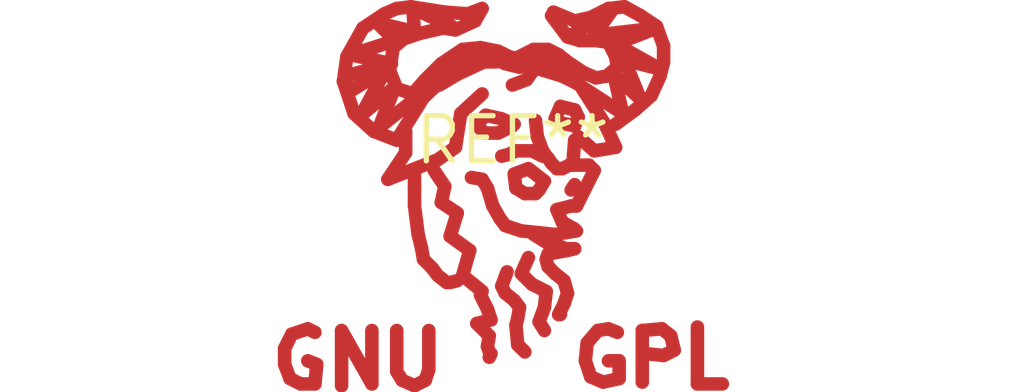
<source format=kicad_pcb>
(kicad_pcb (version 20240108) (generator pcbnew)
  (layers (0 "F.Cu" signal) (31 "B.Cu" signal) (34 "B.Paste" user) (35 "F.Paste" user) (36 "B.SilkS" user "B.Silkscreen") (37 "F.SilkS" user "F.Silkscreen") (38 "B.Mask" user) (39 "F.Mask" user) (44 "Edge.Cuts" user))
  (net 0 "")
  (footprint "Symbol_GNU-Logo_CopperTop" (layer "F.Cu") (at 0 0)
    (property "Reference" "REF**")
    (property "Value" "Symbol_GNU-Logo_CopperTop")
    (fp_line (start -6.4008 5.84962) (end -6.4008 6.2992) (layer "F.Cu") (stroke (width 0.381)))
    (fp_line (start -6.4008 6.2992) (end -6.25094 6.70052) (layer "F.Cu") (stroke (width 0.381)))
    (fp_line (start -6.25094 6.70052) (end -5.95122 6.85038) (layer "F.Cu") (stroke (width 0.381)))
    (fp_line (start -6.20014 5.45084) (end -6.4008 5.84962) (layer "F.Cu") (stroke (width 0.381)))
    (fp_line (start -5.95122 6.85038) (end -5.5499 6.85038) (layer "F.Cu") (stroke (width 0.381)))
    (fp_line (start -5.75056 5.30098) (end -6.20014 5.45084) (layer "F.Cu") (stroke (width 0.381)))
    (fp_line (start -5.5499 5.40004) (end -5.75056 5.30098) (layer "F.Cu") (stroke (width 0.381)))
    (fp_line (start -5.5499 6.85038) (end -5.4991 6.2992) (layer "F.Cu") (stroke (width 0.381)))
    (fp_line (start -5.4991 6.2992) (end -5.75056 6.20014) (layer "F.Cu") (stroke (width 0.381)))
    (fp_line (start -4.8006 5.34924) (end -3.9497 6.85038) (layer "F.Cu") (stroke (width 0.381)))
    (fp_line (start -4.8006 6.90118) (end -4.8006 5.34924) (layer "F.Cu") (stroke (width 0.381)))
    (fp_line (start -4.7498 -1.651) (end -4.45008 -0.7493) (layer "F.Cu") (stroke (width 0.381)))
    (fp_line (start -4.699 -1.80086) (end -3.40106 -2.14884) (layer "F.Cu") (stroke (width 0.381)))
    (fp_line (start -4.65074 -2.3495) (end -4.7498 -1.651) (layer "F.Cu") (stroke (width 0.381)))
    (fp_line (start -4.59994 -1.34874) (end -4.699 -1.80086) (layer "F.Cu") (stroke (width 0.381)))
    (fp_line (start -4.54914 -2.4003) (end -3.29946 -2.79908) (layer "F.Cu") (stroke (width 0.381)))
    (fp_line (start -4.45008 -0.7493) (end -3.8989 -0.24892) (layer "F.Cu") (stroke (width 0.381)))
    (fp_line (start -4.24942 -0.70104) (end -3.55092 -1.99898) (layer "F.Cu") (stroke (width 0.381)))
    (fp_line (start -4.20116 -3.1496) (end -4.65074 -2.3495) (layer "F.Cu") (stroke (width 0.381)))
    (fp_line (start -3.9497 6.85038) (end -3.9497 5.34924) (layer "F.Cu") (stroke (width 0.381)))
    (fp_line (start -3.8989 -0.24892) (end -3.2512 0) (layer "F.Cu") (stroke (width 0.381)))
    (fp_line (start -3.79984 -3.29946) (end -2.75082 -3.05054) (layer "F.Cu") (stroke (width 0.381)))
    (fp_line (start -3.74904 -0.35052) (end -3.29946 -1.50114) (layer "F.Cu") (stroke (width 0.381)))
    (fp_line (start -3.59918 -3.55092) (end -4.20116 -3.1496) (layer "F.Cu") (stroke (width 0.381)))
    (fp_line (start -3.55092 -1.99898) (end -4.59994 -1.34874) (layer "F.Cu") (stroke (width 0.381)))
    (fp_line (start -3.50012 1.09982) (end -2.10058 0.55118) (layer "F.Cu") (stroke (width 0.381)))
    (fp_line (start -3.44932 -1.95072) (end -3.35026 -2.60096) (layer "F.Cu") (stroke (width 0.381)))
    (fp_line (start -3.40106 -2.14884) (end -4.54914 -2.4003) (layer "F.Cu") (stroke (width 0.381)))
    (fp_line (start -3.35026 -2.60096) (end -3.05054 -2.84988) (layer "F.Cu") (stroke (width 0.381)))
    (fp_line (start -3.29946 -2.79908) (end -3.79984 -3.29946) (layer "F.Cu") (stroke (width 0.381)))
    (fp_line (start -3.29946 -1.50114) (end -4.24942 -0.70104) (layer "F.Cu") (stroke (width 0.381)))
    (fp_line (start -3.2512 -3.70078) (end -3.59918 -3.55092) (layer "F.Cu") (stroke (width 0.381)))
    (fp_line (start -3.2512 -1.45034) (end -3.44932 -1.95072) (layer "F.Cu") (stroke (width 0.381)))
    (fp_line (start -3.2512 0) (end -2.49936 -1.19888) (layer "F.Cu") (stroke (width 0.381)))
    (fp_line (start -3.2512 5.34924) (end -3.2512 6.49986) (layer "F.Cu") (stroke (width 0.381)))
    (fp_line (start -3.2512 6.49986) (end -3.0988 6.74878) (layer "F.Cu") (stroke (width 0.381)))
    (fp_line (start -3.0988 6.74878) (end -2.75082 6.90118) (layer "F.Cu") (stroke (width 0.381)))
    (fp_line (start -3.05054 -2.84988) (end -2.60096 -2.99974) (layer "F.Cu") (stroke (width 0.381)))
    (fp_line (start -2.99974 -0.24892) (end -2.99974 0.35052) (layer "F.Cu") (stroke (width 0.381)))
    (fp_line (start -2.99974 0.35052) (end -3.50012 1.09982) (layer "F.Cu") (stroke (width 0.381)))
    (fp_line (start -2.84988 -3.74904) (end -3.2512 -3.70078) (layer "F.Cu") (stroke (width 0.381)))
    (fp_line (start -2.79908 -3.70078) (end -1.69926 -3.2004) (layer "F.Cu") (stroke (width 0.381)))
    (fp_line (start -2.79908 -1.30048) (end -3.2512 -1.45034) (layer "F.Cu") (stroke (width 0.381)))
    (fp_line (start -2.75082 -3.05054) (end -2.79908 -3.70078) (layer "F.Cu") (stroke (width 0.381)))
    (fp_line (start -2.75082 -1.15062) (end -3.74904 -0.35052) (layer "F.Cu") (stroke (width 0.381)))
    (fp_line (start -2.75082 1.34874) (end -2.75082 0.8509) (layer "F.Cu") (stroke (width 0.381)))
    (fp_line (start -2.75082 1.84912) (end -2.75082 1.34874) (layer "F.Cu") (stroke (width 0.381)))
    (fp_line (start -2.75082 6.90118) (end -2.4511 6.74878) (layer "F.Cu") (stroke (width 0.381)))
    (fp_line (start -2.70002 2.25044) (end -2.75082 1.84912) (layer "F.Cu") (stroke (width 0.381)))
    (fp_line (start -2.64922 2.64922) (end -2.70002 2.25044) (layer "F.Cu") (stroke (width 0.381)))
    (fp_line (start -2.60096 -2.99974) (end -1.95072 -3.1496) (layer "F.Cu") (stroke (width 0.381)))
    (fp_line (start -2.55016 3.05054) (end -2.64922 2.64922) (layer "F.Cu") (stroke (width 0.381)))
    (fp_line (start -2.49936 -1.19888) (end -1.80086 -1.84912) (layer "F.Cu") (stroke (width 0.381)))
    (fp_line (start -2.49936 3.35026) (end -2.55016 3.05054) (layer "F.Cu") (stroke (width 0.381)))
    (fp_line (start -2.4511 -1.69926) (end -2.79908 -1.30048) (layer "F.Cu") (stroke (width 0.381)))
    (fp_line (start -2.4511 6.74878) (end -2.3495 6.44906) (layer "F.Cu") (stroke (width 0.381)))
    (fp_line (start -2.3495 6.44906) (end -2.3495 5.34924) (layer "F.Cu") (stroke (width 0.381)))
    (fp_line (start -2.25044 3.59918) (end -2.49936 3.35026) (layer "F.Cu") (stroke (width 0.381)))
    (fp_line (start -2.19964 0.8509) (end -1.89992 1.30048) (layer "F.Cu") (stroke (width 0.381)))
    (fp_line (start -2.10058 0.55118) (end -1.6002 0.20066) (layer "F.Cu") (stroke (width 0.381)))
    (fp_line (start -2.10058 3.79984) (end -2.25044 3.59918) (layer "F.Cu") (stroke (width 0.381)))
    (fp_line (start -2.04978 -1.5494) (end -1.5494 -1.84912) (layer "F.Cu") (stroke (width 0.381)))
    (fp_line (start -1.99898 -2.14884) (end -2.4511 -1.69926) (layer "F.Cu") (stroke (width 0.381)))
    (fp_line (start -1.99898 1.75006) (end -1.5494 2.04978) (layer "F.Cu") (stroke (width 0.381)))
    (fp_line (start -1.95072 -3.1496) (end -1.6002 -3.0988) (layer "F.Cu") (stroke (width 0.381)))
    (fp_line (start -1.89992 -3.59918) (end -2.84988 -3.74904) (layer "F.Cu") (stroke (width 0.381)))
    (fp_line (start -1.89992 1.30048) (end -1.99898 1.75006) (layer "F.Cu") (stroke (width 0.381)))
    (fp_line (start -1.84912 4.0005) (end -2.10058 3.79984) (layer "F.Cu") (stroke (width 0.381)))
    (fp_line (start -1.80086 -1.84912) (end -1.19888 -2.30124) (layer "F.Cu") (stroke (width 0.381)))
    (fp_line (start -1.75006 2.70002) (end -1.19888 3.0988) (layer "F.Cu") (stroke (width 0.381)))
    (fp_line (start -1.75006 4.0005) (end -1.5494 3.9497) (layer "F.Cu") (stroke (width 0.381)))
    (fp_line (start -1.6002 -3.0988) (end -1.04902 -3.35026) (layer "F.Cu") (stroke (width 0.381)))
    (fp_line (start -1.6002 0.20066) (end -1.45034 -0.7493) (layer "F.Cu") (stroke (width 0.381)))
    (fp_line (start -1.5494 -1.84912) (end -0.8001 -2.19964) (layer "F.Cu") (stroke (width 0.381)))
    (fp_line (start -1.5494 2.04978) (end -1.75006 2.70002) (layer "F.Cu") (stroke (width 0.381)))
    (fp_line (start -1.45034 -0.7493) (end -0.8509 -1.30048) (layer "F.Cu") (stroke (width 0.381)))
    (fp_line (start -1.39954 -2.55016) (end -1.99898 -2.14884) (layer "F.Cu") (stroke (width 0.381)))
    (fp_line (start -1.39954 3.79984) (end -0.8509 4.24942) (layer "F.Cu") (stroke (width 0.381)))
    (fp_line (start -1.24968 -3.55092) (end -1.89992 -3.59918) (layer "F.Cu") (stroke (width 0.381)))
    (fp_line (start -1.19888 -2.30124) (end -0.65024 -2.3495) (layer "F.Cu") (stroke (width 0.381)))
    (fp_line (start -1.19888 3.0988) (end -1.39954 3.79984) (layer "F.Cu") (stroke (width 0.381)))
    (fp_line (start -1.04902 -3.35026) (end -0.8509 -3.70078) (layer "F.Cu") (stroke (width 0.381)))
    (fp_line (start -1.00076 -0.44958) (end -0.8001 -0.20066) (layer "F.Cu") (stroke (width 0.381)))
    (fp_line (start -1.00076 5.15112) (end -0.65024 5.4991) (layer "F.Cu") (stroke (width 0.381)))
    (fp_line (start -0.89916 -2.60096) (end -1.39954 -2.55016) (layer "F.Cu") (stroke (width 0.381)))
    (fp_line (start -0.89916 4.35102) (end -0.70104 4.7498) (layer "F.Cu") (stroke (width 0.381)))
    (fp_line (start -0.8509 -3.70078) (end -1.24968 -3.55092) (layer "F.Cu") (stroke (width 0.381)))
    (fp_line (start -0.8509 1.09982) (end -1.15062 1.04902) (layer "F.Cu") (stroke (width 0.381)))
    (fp_line (start -0.8001 -2.19964) (end -0.44958 -2.19964) (layer "F.Cu") (stroke (width 0.381)))
    (fp_line (start -0.8001 -0.20066) (end -0.39878 -0.20066) (layer "F.Cu") (stroke (width 0.381)))
    (fp_line (start -0.7493 -0.70104) (end -1.00076 -0.44958) (layer "F.Cu") (stroke (width 0.381)))
    (fp_line (start -0.70104 1.34874) (end -0.8509 1.09982) (layer "F.Cu") (stroke (width 0.381)))
    (fp_line (start -0.70104 4.7498) (end -0.59944 5.04952) (layer "F.Cu") (stroke (width 0.381)))
    (fp_line (start -0.70104 5.79882) (end -0.65024 5.95122) (layer "F.Cu") (stroke (width 0.381)))
    (fp_line (start -0.65024 -2.3495) (end -0.20066 -2.14884) (layer "F.Cu") (stroke (width 0.381)))
    (fp_line (start -0.65024 5.4991) (end -0.70104 5.79882) (layer "F.Cu") (stroke (width 0.381)))
    (fp_line (start -0.59944 5.04952) (end -1.00076 5.15112) (layer "F.Cu") (stroke (width 0.381)))
    (fp_line (start -0.59944 5.99948) (end -0.65024 6.10108) (layer "F.Cu") (stroke (width 0.381)))
    (fp_line (start -0.55118 1.84912) (end -0.70104 1.34874) (layer "F.Cu") (stroke (width 0.381)))
    (fp_line (start -0.39878 -2.49936) (end -0.89916 -2.60096) (layer "F.Cu") (stroke (width 0.381)))
    (fp_line (start -0.39878 -0.20066) (end 0 -0.39878) (layer "F.Cu") (stroke (width 0.381)))
    (fp_line (start -0.35052 2.19964) (end -0.55118 1.84912) (layer "F.Cu") (stroke (width 0.381)))
    (fp_line (start -0.29972 -0.59944) (end -0.7493 -0.70104) (layer "F.Cu") (stroke (width 0.381)))
    (fp_line (start -0.29972 4.09956) (end -0.20066 4.30022) (layer "F.Cu") (stroke (width 0.381)))
    (fp_line (start -0.20066 -2.14884) (end 0.20066 -2.04978) (layer "F.Cu") (stroke (width 0.381)))
    (fp_line (start -0.20066 2.4003) (end -0.35052 2.19964) (layer "F.Cu") (stroke (width 0.381)))
    (fp_line (start -0.20066 4.30022) (end 0.0508 4.50088) (layer "F.Cu") (stroke (width 0.381)))
    (fp_line (start -0.14986 3.70078) (end -0.29972 4.09956) (layer "F.Cu") (stroke (width 0.381)))
    (fp_line (start -0.09906 -2.3495) (end -0.39878 -2.49936) (layer "F.Cu") (stroke (width 0.381)))
    (fp_line (start -0.09906 0.39878) (end -0.29972 0.44958) (layer "F.Cu") (stroke (width 0.381)))
    (fp_line (start 0 -1.5494) (end 0.39878 -1.69926) (layer "F.Cu") (stroke (width 0.381)))
    (fp_line (start 0.0508 -0.44958) (end -0.29972 -0.59944) (layer "F.Cu") (stroke (width 0.381)))
    (fp_line (start 0.0508 0.94996) (end 0.09906 1.34874) (layer "F.Cu") (stroke (width 0.381)))
    (fp_line (start 0.0508 4.50088) (end 0.20066 4.699) (layer "F.Cu") (stroke (width 0.381)))
    (fp_line (start 0.09906 -2.30124) (end -0.09906 -2.3495) (layer "F.Cu") (stroke (width 0.381)))
    (fp_line (start 0.09906 0.29972) (end -0.09906 0.39878) (layer "F.Cu") (stroke (width 0.381)))
    (fp_line (start 0.09906 1.34874) (end 0.35052 1.50114) (layer "F.Cu") (stroke (width 0.381)))
    (fp_line (start 0.09906 5.19938) (end 0.14986 5.75056) (layer "F.Cu") (stroke (width 0.381)))
    (fp_line (start 0.14986 5.00126) (end 0.09906 5.19938) (layer "F.Cu") (stroke (width 0.381)))
    (fp_line (start 0.14986 5.75056) (end 0.35052 5.95122) (layer "F.Cu") (stroke (width 0.381)))
    (fp_line (start 0.20066 -2.04978) (end 0.65024 -2.19964) (layer "F.Cu") (stroke (width 0.381)))
    (fp_line (start 0.20066 4.699) (end 0.14986 5.00126) (layer "F.Cu") (stroke (width 0.381)))
    (fp_line (start 0.24892 0.29972) (end 0.09906 0.29972) (layer "F.Cu") (stroke (width 0.381)))
    (fp_line (start 0.24892 2.55016) (end -0.20066 2.4003) (layer "F.Cu") (stroke (width 0.381)))
    (fp_line (start 0.24892 3.74904) (end 0.55118 4.04876) (layer "F.Cu") (stroke (width 0.381)))
    (fp_line (start 0.35052 1.50114) (end 0.65024 1.50114) (layer "F.Cu") (stroke (width 0.381)))
    (fp_line (start 0.39878 -1.69926) (end 0.65024 -2.04978) (layer "F.Cu") (stroke (width 0.381)))
    (fp_line (start 0.44958 0.8001) (end 0.0508 0.94996) (layer "F.Cu") (stroke (width 0.381)))
    (fp_line (start 0.44958 3.29946) (end 0.24892 3.74904) (layer "F.Cu") (stroke (width 0.381)))
    (fp_line (start 0.55118 0.29972) (end 0.24892 0.29972) (layer "F.Cu") (stroke (width 0.381)))
    (fp_line (start 0.55118 4.04876) (end 0.94996 4.24942) (layer "F.Cu") (stroke (width 0.381)))
    (fp_line (start 0.59944 -2.55016) (end 0.09906 -2.30124) (layer "F.Cu") (stroke (width 0.381)))
    (fp_line (start 0.59944 2.64922) (end 1.00076 2.90068) (layer "F.Cu") (stroke (width 0.381)))
    (fp_line (start 0.65024 -2.19964) (end 1.09982 -2.10058) (layer "F.Cu") (stroke (width 0.381)))
    (fp_line (start 0.65024 -0.55118) (end 0.70104 -0.09906) (layer "F.Cu") (stroke (width 0.381)))
    (fp_line (start 0.65024 1.50114) (end 0.7493 1.39954) (layer "F.Cu") (stroke (width 0.381)))
    (fp_line (start 0.70104 -0.09906) (end 0.8509 0.29972) (layer "F.Cu") (stroke (width 0.381)))
    (fp_line (start 0.7493 -1.99898) (end 1.39954 -1.80086) (layer "F.Cu") (stroke (width 0.381)))
    (fp_line (start 0.7493 1.39954) (end 0.89916 1.15062) (layer "F.Cu") (stroke (width 0.381)))
    (fp_line (start 0.7493 2.60096) (end 0.24892 2.55016) (layer "F.Cu") (stroke (width 0.381)))
    (fp_line (start 0.7493 5.10032) (end 0.89916 5.34924) (layer "F.Cu") (stroke (width 0.381)))
    (fp_line (start 0.8509 -2.30124) (end 1.09982 -2.25044) (layer "F.Cu") (stroke (width 0.381)))
    (fp_line (start 0.8509 0.29972) (end 0.94996 0.44958) (layer "F.Cu") (stroke (width 0.381)))
    (fp_line (start 0.8509 0.44958) (end 0.55118 0.29972) (layer "F.Cu") (stroke (width 0.381)))
    (fp_line (start 0.89916 1.15062) (end 0.44958 0.8001) (layer "F.Cu") (stroke (width 0.381)))
    (fp_line (start 0.89916 4.699) (end 0.7493 5.10032) (layer "F.Cu") (stroke (width 0.381)))
    (fp_line (start 0.94996 3.35026) (end 1.00076 3.55092) (layer "F.Cu") (stroke (width 0.381)))
    (fp_line (start 0.94996 4.24942) (end 0.89916 4.699) (layer "F.Cu") (stroke (width 0.381)))
    (fp_line (start 1.00076 -2.55016) (end 0.59944 -2.55016) (layer "F.Cu") (stroke (width 0.381)))
    (fp_line (start 1.00076 0.50038) (end 1.09982 0.65024) (layer "F.Cu") (stroke (width 0.381)))
    (fp_line (start 1.00076 2.90068) (end 1.24968 2.90068) (layer "F.Cu") (stroke (width 0.381)))
    (fp_line (start 1.00076 3.2004) (end 0.94996 3.35026) (layer "F.Cu") (stroke (width 0.381)))
    (fp_line (start 1.00076 3.55092) (end 1.19888 3.74904) (layer "F.Cu") (stroke (width 0.381)))
    (fp_line (start 1.09982 -3.50012) (end 1.5494 -2.90068) (layer "F.Cu") (stroke (width 0.381)))
    (fp_line (start 1.09982 -2.10058) (end 1.69926 -1.80086) (layer "F.Cu") (stroke (width 0.381)))
    (fp_line (start 1.09982 0.65024) (end 1.24968 0.8001) (layer "F.Cu") (stroke (width 0.381)))
    (fp_line (start 1.15062 -3.59918) (end 1.75006 -3.35026) (layer "F.Cu") (stroke (width 0.381)))
    (fp_line (start 1.19888 -0.59944) (end 1.34874 -0.94996) (layer "F.Cu") (stroke (width 0.381)))
    (fp_line (start 1.19888 2.64922) (end 0.7493 2.60096) (layer "F.Cu") (stroke (width 0.381)))
    (fp_line (start 1.19888 3.74904) (end 1.45034 3.9497) (layer "F.Cu") (stroke (width 0.381)))
    (fp_line (start 1.24968 0.8001) (end 1.39954 0.8001) (layer "F.Cu") (stroke (width 0.381)))
    (fp_line (start 1.24968 1.95072) (end 1.39954 2.30124) (layer "F.Cu") (stroke (width 0.381)))
    (fp_line (start 1.24968 2.94894) (end 1.50114 3.05054) (layer "F.Cu") (stroke (width 0.381)))
    (fp_line (start 1.30048 -2.4003) (end 1.00076 -2.55016) (layer "F.Cu") (stroke (width 0.381)))
    (fp_line (start 1.30048 4.89966) (end 1.34874 4.89966) (layer "F.Cu") (stroke (width 0.381)))
    (fp_line (start 1.34874 -0.94996) (end 1.75006 -0.8509) (layer "F.Cu") (stroke (width 0.381)))
    (fp_line (start 1.39954 -1.80086) (end 1.80086 -1.6002) (layer "F.Cu") (stroke (width 0.381)))
    (fp_line (start 1.39954 0.8001) (end 1.6002 0.70104) (layer "F.Cu") (stroke (width 0.381)))
    (fp_line (start 1.39954 2.30124) (end 1.75006 2.49936) (layer "F.Cu") (stroke (width 0.381)))
    (fp_line (start 1.45034 3.9497) (end 1.5494 4.30022) (layer "F.Cu") (stroke (width 0.381)))
    (fp_line (start 1.45034 4.59994) (end 1.30048 4.89966) (layer "F.Cu") (stroke (width 0.381)))
    (fp_line (start 1.50114 3.05054) (end 1.75006 3.05054) (layer "F.Cu") (stroke (width 0.381)))
    (fp_line (start 1.5494 -2.90068) (end 1.89992 -2.79908) (layer "F.Cu") (stroke (width 0.381)))
    (fp_line (start 1.5494 -2.19964) (end 1.30048 -2.4003) (layer "F.Cu") (stroke (width 0.381)))
    (fp_line (start 1.5494 3.0988) (end 1.00076 3.2004) (layer "F.Cu") (stroke (width 0.381)))
    (fp_line (start 1.5494 4.30022) (end 1.45034 4.59994) (layer "F.Cu") (stroke (width 0.381)))
    (fp_line (start 1.6002 0.70104) (end 1.80086 0.70104) (layer "F.Cu") (stroke (width 0.381)))
    (fp_line (start 1.651 1.84912) (end 1.24968 1.95072) (layer "F.Cu") (stroke (width 0.381)))
    (fp_line (start 1.69926 -1.80086) (end 1.89992 -1.5494) (layer "F.Cu") (stroke (width 0.381)))
    (fp_line (start 1.75006 -3.35026) (end 2.19964 -3.44932) (layer "F.Cu") (stroke (width 0.381)))
    (fp_line (start 1.75006 -0.8509) (end 1.84912 -0.65024) (layer "F.Cu") (stroke (width 0.381)))
    (fp_line (start 1.75006 -0.39878) (end 1.30048 -0.50038) (layer "F.Cu") (stroke (width 0.381)))
    (fp_line (start 1.75006 0) (end 1.69926 0.65024) (layer "F.Cu") (stroke (width 0.381)))
    (fp_line (start 1.75006 0.70104) (end 2.14884 0.70104) (layer "F.Cu") (stroke (width 0.381)))
    (fp_line (start 1.75006 1.24968) (end 1.651 1.39954) (layer "F.Cu") (stroke (width 0.381)))
    (fp_line (start 1.75006 3.05054) (end 1.5494 3.0988) (layer "F.Cu") (stroke (width 0.381)))
    (fp_line (start 1.80086 -1.6002) (end 3.0988 -0.7493) (layer "F.Cu") (stroke (width 0.381)))
    (fp_line (start 1.80086 1.84912) (end 1.651 1.84912) (layer "F.Cu") (stroke (width 0.381)))
    (fp_line (start 1.80086 2.55016) (end 1.19888 2.64922) (layer "F.Cu") (stroke (width 0.381)))
    (fp_line (start 1.84912 -0.65024) (end 1.75006 -0.39878) (layer "F.Cu") (stroke (width 0.381)))
    (fp_line (start 1.89992 -2.79908) (end 2.3495 -2.79908) (layer "F.Cu") (stroke (width 0.381)))
    (fp_line (start 1.89992 -1.5494) (end 2.60096 -0.44958) (layer "F.Cu") (stroke (width 0.381)))
    (fp_line (start 1.99898 -1.89992) (end 1.5494 -2.19964) (layer "F.Cu") (stroke (width 0.381)))
    (fp_line (start 2.04978 6.20014) (end 2.19964 6.64972) (layer "F.Cu") (stroke (width 0.381)))
    (fp_line (start 2.10058 5.69976) (end 2.04978 6.20014) (layer "F.Cu") (stroke (width 0.381)))
    (fp_line (start 2.14884 0.70104) (end 2.30124 0.8509) (layer "F.Cu") (stroke (width 0.381)))
    (fp_line (start 2.19964 -3.44932) (end 2.70002 -3.70078) (layer "F.Cu") (stroke (width 0.381)))
    (fp_line (start 2.19964 6.64972) (end 2.55016 6.79958) (layer "F.Cu") (stroke (width 0.381)))
    (fp_line (start 2.30124 -2.94894) (end 2.79908 -3.64998) (layer "F.Cu") (stroke (width 0.381)))
    (fp_line (start 2.30124 0.29972) (end 1.84912 -0.09906) (layer "F.Cu") (stroke (width 0.381)))
    (fp_line (start 2.30124 0.8509) (end 1.80086 1.84912) (layer "F.Cu") (stroke (width 0.381)))
    (fp_line (start 2.3495 -2.79908) (end 2.70002 -2.75082) (layer "F.Cu") (stroke (width 0.381)))
    (fp_line (start 2.3495 -1.75006) (end 1.99898 -1.89992) (layer "F.Cu") (stroke (width 0.381)))
    (fp_line (start 2.4003 5.34924) (end 2.10058 5.69976) (layer "F.Cu") (stroke (width 0.381)))
    (fp_line (start 2.55016 6.79958) (end 2.99974 6.70052) (layer "F.Cu") (stroke (width 0.381)))
    (fp_line (start 2.60096 -0.44958) (end 2.90068 0.20066) (layer "F.Cu") (stroke (width 0.381)))
    (fp_line (start 2.64922 -1.80086) (end 2.3495 -1.75006) (layer "F.Cu") (stroke (width 0.381)))
    (fp_line (start 2.70002 -3.70078) (end 3.1496 -3.74904) (layer "F.Cu") (stroke (width 0.381)))
    (fp_line (start 2.70002 -2.75082) (end 2.90068 -2.3495) (layer "F.Cu") (stroke (width 0.381)))
    (fp_line (start 2.70002 5.30098) (end 2.4003 5.34924) (layer "F.Cu") (stroke (width 0.381)))
    (fp_line (start 2.79908 -3.64998) (end 1.651 -2.94894) (layer "F.Cu") (stroke (width 0.381)))
    (fp_line (start 2.84988 -1.84912) (end 3.59918 -1.15062) (layer "F.Cu") (stroke (width 0.381)))
    (fp_line (start 2.90068 -2.70002) (end 4.04876 -3.1496) (layer "F.Cu") (stroke (width 0.381)))
    (fp_line (start 2.90068 -2.3495) (end 2.94894 -2.04978) (layer "F.Cu") (stroke (width 0.381)))
    (fp_line (start 2.90068 0.20066) (end 2.30124 0.29972) (layer "F.Cu") (stroke (width 0.381)))
    (fp_line (start 2.94894 -2.04978) (end 2.64922 -1.80086) (layer "F.Cu") (stroke (width 0.381)))
    (fp_line (start 2.94894 5.40004) (end 2.70002 5.30098) (layer "F.Cu") (stroke (width 0.381)))
    (fp_line (start 2.99974 6.20014) (end 2.70002 6.20014) (layer "F.Cu") (stroke (width 0.381)))
    (fp_line (start 2.99974 6.70052) (end 2.99974 6.20014) (layer "F.Cu") (stroke (width 0.381)))
    (fp_line (start 3.0988 -0.7493) (end 2.84988 -1.84912) (layer "F.Cu") (stroke (width 0.381)))
    (fp_line (start 3.1496 -3.74904) (end 3.59918 -3.50012) (layer "F.Cu") (stroke (width 0.381)))
    (fp_line (start 3.1496 -2.25044) (end 4.15036 -1.99898) (layer "F.Cu") (stroke (width 0.381)))
    (fp_line (start 3.44932 -0.8509) (end 2.90068 -0.44958) (layer "F.Cu") (stroke (width 0.381)))
    (fp_line (start 3.59918 -3.50012) (end 4.04876 -3.2004) (layer "F.Cu") (stroke (width 0.381)))
    (fp_line (start 3.59918 -1.15062) (end 3.1496 -2.25044) (layer "F.Cu") (stroke (width 0.381)))
    (fp_line (start 3.64998 5.34924) (end 4.20116 5.30098) (layer "F.Cu") (stroke (width 0.381)))
    (fp_line (start 3.64998 6.79958) (end 3.64998 5.34924) (layer "F.Cu") (stroke (width 0.381)))
    (fp_line (start 3.8989 -1.24968) (end 3.44932 -0.8509) (layer "F.Cu") (stroke (width 0.381)))
    (fp_line (start 4.04876 -3.2004) (end 4.24942 -2.64922) (layer "F.Cu") (stroke (width 0.381)))
    (fp_line (start 4.04876 -3.1496) (end 2.30124 -2.94894) (layer "F.Cu") (stroke (width 0.381)))
    (fp_line (start 4.15036 -1.99898) (end 2.90068 -2.70002) (layer "F.Cu") (stroke (width 0.381)))
    (fp_line (start 4.15036 -1.80086) (end 3.8989 -1.24968) (layer "F.Cu") (stroke (width 0.381)))
    (fp_line (start 4.20116 5.30098) (end 4.45008 5.4991) (layer "F.Cu") (stroke (width 0.381)))
    (fp_line (start 4.24942 -2.64922) (end 4.24942 -2.19964) (layer "F.Cu") (stroke (width 0.381)))
    (fp_line (start 4.24942 -2.19964) (end 4.15036 -1.80086) (layer "F.Cu") (stroke (width 0.381)))
    (fp_line (start 4.24942 6.05028) (end 3.74904 5.99948) (layer "F.Cu") (stroke (width 0.381)))
    (fp_line (start 4.45008 5.4991) (end 4.54914 5.90042) (layer "F.Cu") (stroke (width 0.381)))
    (fp_line (start 4.54914 5.90042) (end 4.24942 6.05028) (layer "F.Cu") (stroke (width 0.381)))
    (fp_line (start 5.19938 5.25018) (end 5.19938 6.85038) (layer "F.Cu") (stroke (width 0.381)))
    (fp_line (start 5.19938 6.85038) (end 5.90042 6.85038) (layer "F.Cu") (stroke (width 0.381)))
  )
)
</source>
